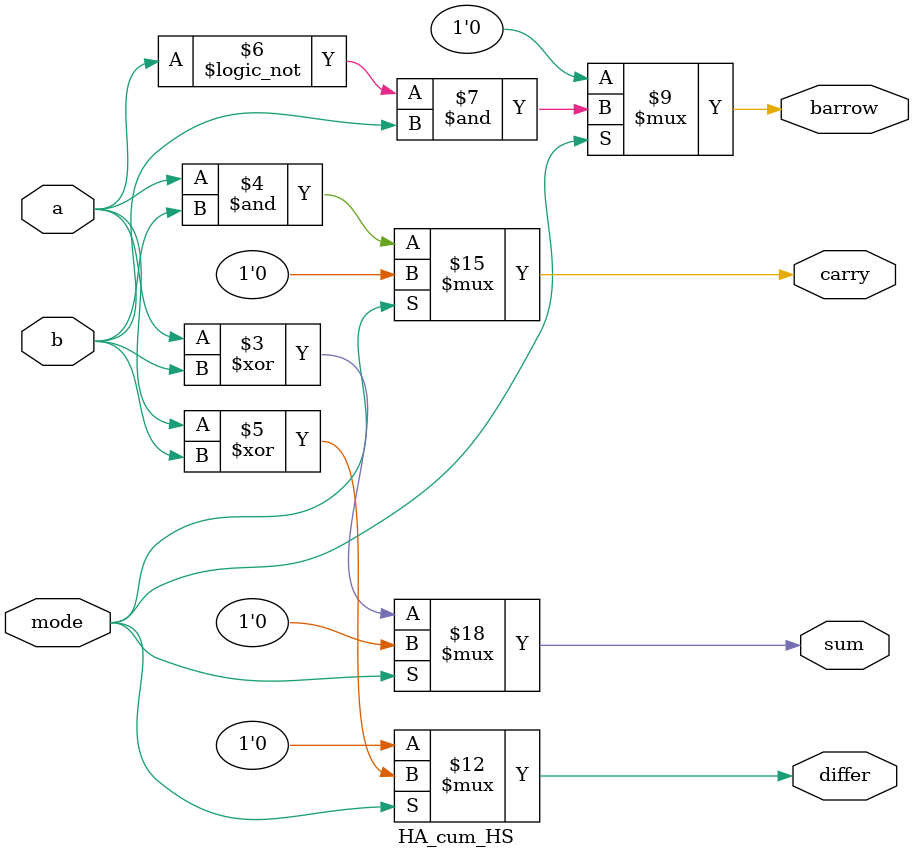
<source format=v>
`timescale 1ns / 1ps


module HA_cum_HS(input a,b,mode,output reg sum,differ,carry,barrow );
always @(*)
begin 
if(mode==0)
begin 
sum = a^b;carry =a&b; differ=0;barrow=0;
end
else
begin
differ = a^b; barrow=!a&b;sum=0;carry=0; 
end
end
endmodule

</source>
